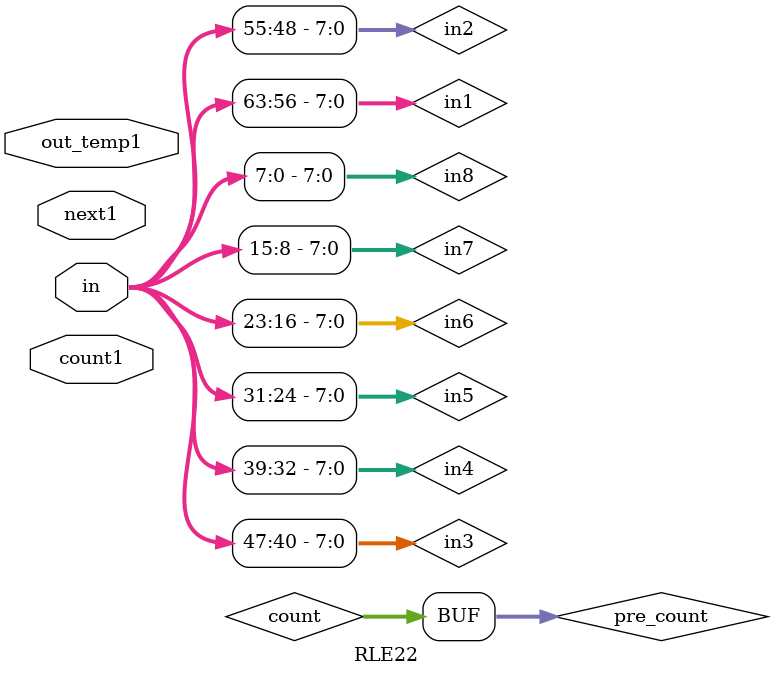
<source format=v>
module RLE22(in,next1,count1,out_temp1);
  
  input [63:0]in;
  input [3:0]next1;
  input [3:0]count1;
  input [191:0]out_temp1;
  
  wire en1,en2,en3,en4,en5,en6,en7,en8;

  
  wire [7:0]in1,in2,in3,in4,in5,in6,in7,in8;
  
  reg [3:0]count,pre_count,next;
  
  reg [3:0]step;
  
  reg [3:0]run1,run2,run3,run4,run5,run6,run7,run8,zero1,zero2,zero3,zero4,zero5,zero6,zero7,zero8;
  
  assign in1 = in[63:56];
  assign in2 = in[55:48];
  assign in3 = in[47:40];
  assign in4 = in[39:32];
  assign in5 = in[31:24];
  assign in6 = in[23:16];
  assign in7 = in[15:8];
  assign in8 = in[7:0];
  
  
  
  assign en1 = in1||8'b0;
  assign en2 = in2||8'b0;
  assign en3 = in3||8'b0;
  assign en4 = in4||8'b0;
  assign en5 = in5||8'b0;
  assign en6 = in6||8'b0;
  assign en7 = in7||8'b0;
  assign en8 = in8||8'b0;

  

  
  always @(*)
  begin
    if(~en1)
      zero1 = next1 + 1'b1;
    else
      begin
        run1 = 0;
        zero1 = 0;
      end
    if(~en2)
      zero2 = zero1 + 1'b1;
    else
      begin
        run2 = zero1;
        zero2 = 0;
      end
    if(~en3)
      zero3 = zero2 + 1'b1;
    else
      begin
        run3 = zero2;
        zero3 = 0;
      end
    if(~en4)
      zero4 = zero3 + 1'b1;
    else
      begin
        run4 = zero3;
        zero4 = 0;
      end
    if(~en5)
      zero5 = zero4 + 1'b1;
    else
      begin
        run5 = zero4;
        zero5 = 0;
      end
    if(~en6)
      zero6 = zero5 + 1'b1;
    else
      begin
        run6 = zero5;
        zero6 = 0;
      end
    if(~en7)
      zero7 = zero6 + 1'b1;
    else
      begin
        run7 = zero6;
        zero7 = 0;
      end
    if(~en8)
        	zero8 = zero7 + 1'b1;
    else
      begin
        run8 = zero7;
        zero8 = 0;
      end
  end
  

  
  always @(*)
  begin
    if(en1)
      begin
        count = count1 + en1;
        out_temp[(count-1)*12+:12] = {run1,in1};
      end
    else
      count = 0;
    if(en2)
      begin
        count = count+en2;
        out_temp[(count-1)*12+:12] = {run2,in2};
      end
    else
      count = count;
    if(en3)
      begin
        count = count+en3;
        out_temp[(count-1)*12+:12] = {run3,in3};
      end
    else
      count = count;
    if(en4)
      begin
        count = count+en4;
        out_temp[(count-1)*12+:12] = {run4,in4};
      end
    else
      count = count;
    if(en5)
      begin
        count = count+en5;
        out_temp[(count-1)*12+:12] = {run5,in5};
      end
    else
      count = count;
    if(en6)
      begin
        count = count+en6;
        out_temp[(count-1)*12+:12] = {run6,in6};
      end
    else
      count = count;
    if(en7)
      begin
        count = count+en7;
        out_temp[(count-1)*12+:12] = {run7,in7};
      end
    else
      count = count;
    if(en8)
      begin
        count = count+en8;
        out_temp[(count-1)*12+:12] = {run8,in8};
        pre_count = count;
      end
    else
      count = count;
      pre_count = count;
  end
      
      
    
  
  
  
  //assign out = {count,a[i]};
  
  //assign out_temp = out_temp<<i + out;
  
  
  //SRAM512x16 MEM_OUT(1'b0,out_temp[111:0],11'd0,count3[3:0]-4'b0010,1'b0,clk, DO);
endmodule


</source>
